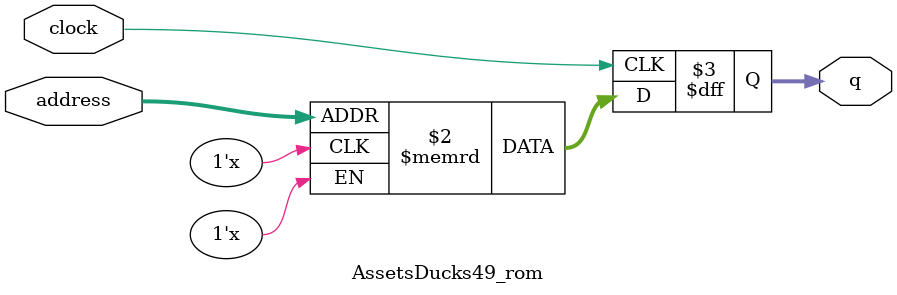
<source format=sv>
module AssetsDucks49_rom (
	input logic clock,
	input logic [11:0] address,
	output logic [3:0] q
);

logic [3:0] memory [0:4095] /* synthesis ram_init_file = "./AssetsDucks49/AssetsDucks49.mif" */;

always_ff @ (posedge clock) begin
	q <= memory[address];
end

endmodule

</source>
